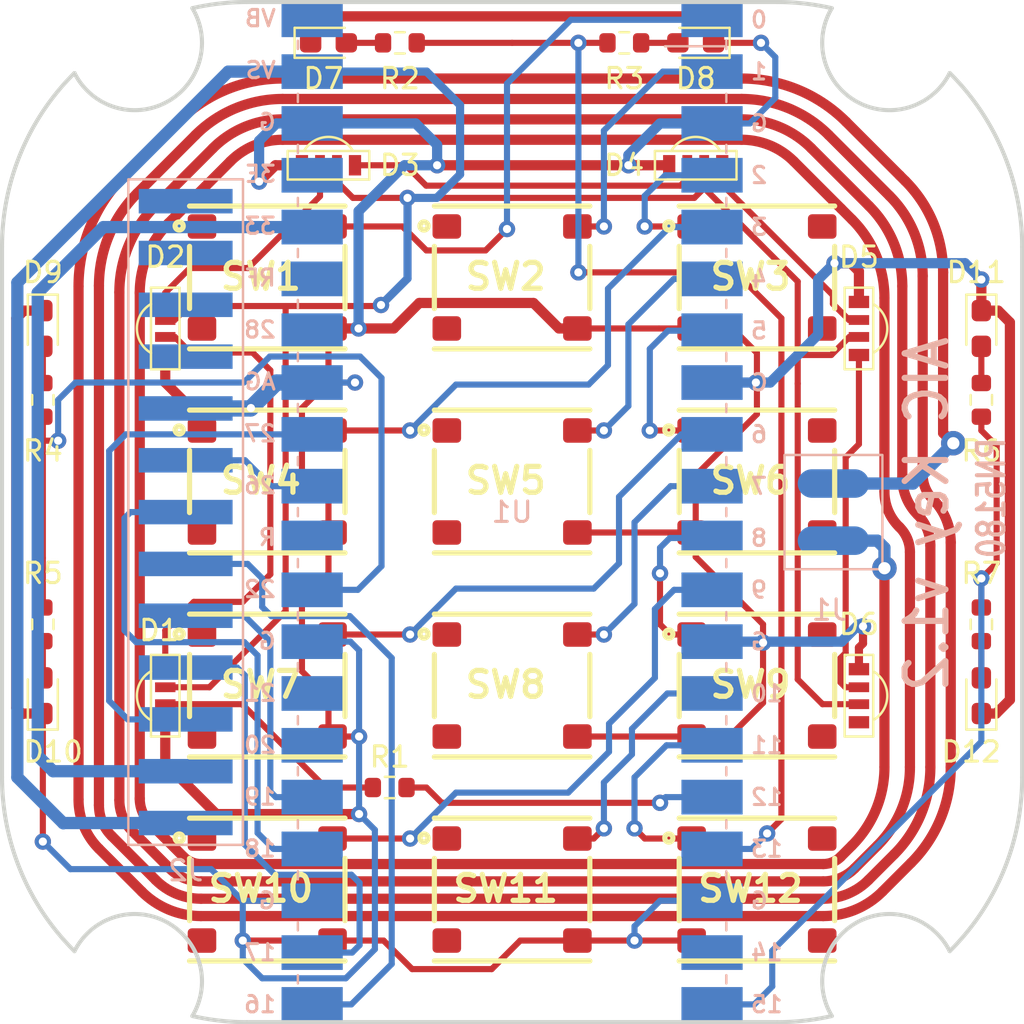
<source format=kicad_pcb>
(kicad_pcb (version 20221018) (generator pcbnew)
  (title_block (title "AIC Pico with PN5180"))
  (layers (0 "F.Cu" signal) (31 "B.Cu" signal) (34 "B.Paste" user) (35 "F.Paste" user) (36 "B.SilkS" user "B.Silkscreen") (37 "F.SilkS" user "F.Silkscreen") (38 "B.Mask" user) (39 "F.Mask" user) (44 "Edge.Cuts" user))
  (net 0 "")
  (net 1 "+5V")
  (net 2 "GND")
  (net 3 "+3V3")
  (net 4 "Net-(D7-A)")
  (net 5 "Net-(D1-In)")
  (net 6 "Net-(D1-Out)")
  (net 7 "Net-(D8-A)")
  (net 8 "Net-(D9-A)")
  (net 9 "Net-(D2-Out)")
  (net 10 "Net-(D10-A)")
  (net 11 "Net-(D11-A)")
  (net 12 "Net-(D3-Out)")
  (net 13 "Net-(D12-A)")
  (net 14 "Net-(D4-Out)")
  (net 15 "Net-(U1-GPIO12)")
  (net 16 "Net-(D5-Out)")
  (net 17 "Net-(U1-GPIO22)")
  (net 19 "Net-(U1-GPIO15)")
  (net 23 "Net-(U1-GPIO13)")
  (net 24 "Net-(U1-GPIO0)")
  (net 29 "Net-(U1-GPIO1)")
  (net 30 "Net-(U1-GPIO2)")
  (net 41 "Net-(U1-GPIO3)")
  (net 42 "Net-(U1-GPIO4)")
  (net 44 "Net-(U1-GPIO5)")
  (net 47 "Net-(U1-GPIO6)")
  (net 48 "Net-(U1-GPIO7)")
  (net 49 "Net-(U1-GPIO8)")
  (net 52 "Net-(U1-GPIO9)")
  (net 53 "Net-(U1-GPIO10)")
  (net 54 "Net-(U1-GPIO11)")
  (net 65 "/ANT")
  (net 66 "Net-(J2-RST)")
  (net 67 "Net-(J2-NSS)")
  (net 68 "Net-(J2-MOSI)")
  (net 69 "Net-(J2-MISO)")
  (net 70 "Net-(J2-SCK)")
  (net 71 "Net-(J2-BUSY)")
  (footprint "aic_pico:SKRR" (layer "F.Cu") (at 147.32 131.9)
    (fp_text reference "SW12")
    (fp_text value "SKRR_4pin" hide)
  )
  (footprint "aic_pico:WS2812B-1204" (layer "F.Cu") (at 144.32 96.4 180)
    (fp_text reference "D4")
    (fp_text value "WS2812B_Unified" hide)
  )
  (footprint "aic_pico:SKRR" (layer "F.Cu") (at 123.32 101.9)
    (fp_text reference "SW1")
    (fp_text value "SKRR_4pin" hide)
  )
  (footprint "aic_pico:SKRR" (layer "F.Cu") (at 135.32 101.9)
    (fp_text reference "SW2")
    (fp_text value "SKRR_4pin" hide)
  )
  (footprint "LED_SMD:LED_0603_1608Metric_Pad1.05x0.95mm_HandSolder" (layer "F.Cu") (at 126.32 90.4)
    (fp_text reference "D7")
    (fp_text value "LED" hide)
  )
  (footprint "aic_pico:WS2812B-1204" (layer "F.Cu") (at 152.32 104.4 90)
    (fp_text reference "D5")
    (fp_text value "WS2812B_Unified" hide)
  )
  (footprint "aic_pico:SKRR" (layer "F.Cu") (at 135.32 121.9)
    (fp_text reference "SW8")
    (fp_text value "SKRR_4pin" hide)
  )
  (footprint "aic_pico:WS2812B-1204" (layer "F.Cu") (at 126.32 96.4 180)
    (fp_text reference "D3")
    (fp_text value "WS2812B_Unified" hide)
  )
  (footprint "Resistor_SMD:R_0603_1608Metric" (layer "F.Cu") (at 140.82 90.4 180)
    (fp_text reference "R3")
    (fp_text value "1k" hide)
  )
  (footprint "aic_pico:SKRR" (layer "F.Cu") (at 147.32 121.9)
    (fp_text reference "SW9")
    (fp_text value "SKRR_4pin" hide)
  )
  (footprint "aic_pico:SKRR" (layer "F.Cu") (at 135.32 131.9)
    (fp_text reference "SW11")
    (fp_text value "SKRR_4pin" hide)
  )
  (footprint "Resistor_SMD:R_0603_1608Metric" (layer "F.Cu") (at 158.32 107.9 -90)
    (fp_text reference "R6")
    (fp_text value "1k" hide)
  )
  (footprint "aic_pico:SKRR" (layer "F.Cu") (at 123.32 121.9)
    (fp_text reference "SW7")
    (fp_text value "SKRR_4pin" hide)
  )
  (footprint "aic_pico:WS2812B-1204" (layer "F.Cu") (at 118.32 122.4 -90)
    (fp_text reference "D1")
    (fp_text value "WS2812B_Unified" hide)
  )
  (footprint "Resistor_SMD:R_0603_1608Metric" (layer "F.Cu") (at 112.32 107.9 -90)
    (fp_text reference "R4")
    (fp_text value "1k" hide)
  )
  (footprint "Resistor_SMD:R_0603_1608Metric" (layer "F.Cu") (at 158.32 118.9 90)
    (fp_text reference "R7")
    (fp_text value "1k" hide)
  )
  (footprint "LED_SMD:LED_0603_1608Metric_Pad1.05x0.95mm_HandSolder" (layer "F.Cu") (at 158.32 122.4 90)
    (fp_text reference "D12")
    (fp_text value "LED" hide)
  )
  (footprint "LED_SMD:LED_0603_1608Metric_Pad1.05x0.95mm_HandSolder" (layer "F.Cu") (at 158.32 104.4 -90)
    (fp_text reference "D11")
    (fp_text value "LED" hide)
  )
  (footprint "aic_pico:SKRR" (layer "F.Cu") (at 123.32 131.9)
    (fp_text reference "SW10")
    (fp_text value "SKRR_4pin" hide)
  )
  (footprint "LED_SMD:LED_0603_1608Metric_Pad1.05x0.95mm_HandSolder" (layer "F.Cu") (at 144.32 90.4 180)
    (fp_text reference "D8")
    (fp_text value "LED" hide)
  )
  (footprint "Resistor_SMD:R_0603_1608Metric" (layer "F.Cu") (at 129.32 126.9)
    (fp_text reference "R1")
    (fp_text value "10" hide)
  )
  (footprint "aic_pico:SKRR" (layer "F.Cu") (at 147.32 101.9)
    (fp_text reference "SW3")
    (fp_text value "SKRR_4pin" hide)
  )
  (footprint "Resistor_SMD:R_0603_1608Metric" (layer "F.Cu") (at 112.32 118.9 90)
    (fp_text reference "R5")
    (fp_text value "1k" hide)
  )
  (footprint "aic_pico:SKRR" (layer "F.Cu") (at 135.32 111.9)
    (fp_text reference "SW5")
    (fp_text value "SKRR_4pin" hide)
  )
  (footprint "Resistor_SMD:R_0603_1608Metric" (layer "F.Cu") (at 129.82 90.4)
    (fp_text reference "R2")
    (fp_text value "1k" hide)
  )
  (footprint "aic_pico:SKRR" (layer "F.Cu") (at 147.32 111.9)
    (fp_text reference "SW6")
    (fp_text value "SKRR_4pin" hide)
  )
  (footprint "LED_SMD:LED_0603_1608Metric_Pad1.05x0.95mm_HandSolder" (layer "F.Cu") (at 112.32 122.4 90)
    (fp_text reference "D10")
    (fp_text value "LED" hide)
  )
  (footprint "aic_pico:WS2812B-1204" (layer "F.Cu") (at 152.32 122.4 90)
    (fp_text reference "D6")
    (fp_text value "WS2812B_Unified" hide)
  )
  (footprint "aic_pico:SKRR" (layer "F.Cu") (at 123.32 111.9)
    (fp_text reference "SW4")
    (fp_text value "SKRR_4pin" hide)
  )
  (footprint "LED_SMD:LED_0603_1608Metric_Pad1.05x0.95mm_HandSolder" (layer "F.Cu") (at 112.32 104.4 -90)
    (fp_text reference "D9")
    (fp_text value "LED" hide)
  )
  (footprint "aic_pico:WS2812B-1204" (layer "F.Cu") (at 118.32 104.4 -90)
    (fp_text reference "D2")
    (fp_text value "WS2812B_Unified" hide)
  )
  (footprint "aic_pico:ANT_2P" (layer "B.Cu") (at 151.07 113.4)
    (fp_text reference "J1")
    (fp_text value "Conn_01x02_Female" hide)
  )
  (footprint "aic_pico:RPi_Pico_SMD_No_USB" (layer "B.Cu") (at 135.32 113.4 180)
    (fp_text reference "U1")
    (fp_text value "Pico_Trim")
  )
  (footprint "aic_pico:pn5180_conn" (layer "B.Cu") (at 119.32 113.4)
    (fp_text reference "J2")
    (fp_text value "PN5180" hide)
  )
  (gr_line (start 148.32 138.399999) (end 122.32 138.399999) (stroke (width 0.2)) (layer "Edge.Cuts"))
  (gr_line (start 160.32 126.399999) (end 160.32 100.399999) (stroke (width 0.2)) (layer "Edge.Cuts"))
  (gr_arc (start 119.649044 88.701025) (mid 118.410332 93.29151) (end 113.870189 91.879395) (stroke (width 0.2)) (layer "Edge.Cuts"))
  (gr_arc (start 150.990956 138.098973) (mid 152.229668 133.508486) (end 156.769811 134.920603) (stroke (width 0.2)) (layer "Edge.Cuts"))
  (gr_arc (start 110.32 100.399999) (mid 111.243048 95.784684) (end 113.870189 91.879395) (stroke (width 0.2)) (layer "Edge.Cuts"))
  (gr_arc (start 113.870189 134.920603) (mid 111.243048 131.015314) (end 110.32 126.399999) (stroke (width 0.2)) (layer "Edge.Cuts"))
  (gr_arc (start 122.32 138.399999) (mid 120.976067 138.324505) (end 119.649044 138.098973) (stroke (width 0.2)) (layer "Edge.Cuts"))
  (gr_arc (start 156.769811 91.879395) (mid 159.396952 95.784684) (end 160.32 100.399999) (stroke (width 0.2)) (layer "Edge.Cuts"))
  (gr_arc (start 160.32 126.399999) (mid 159.396952 131.015314) (end 156.769811 134.920603) (stroke (width 0.2)) (layer "Edge.Cuts"))
  (gr_arc (start 156.769811 91.879395) (mid 152.229668 93.291511) (end 150.990956 88.701025) (stroke (width 0.2)) (layer "Edge.Cuts"))
  (gr_arc (start 150.990956 138.098973) (mid 149.663933 138.324505) (end 148.32 138.399999) (stroke (width 0.2)) (layer "Edge.Cuts"))
  (gr_arc (start 113.870189 134.920603) (mid 118.410332 133.508487) (end 119.649044 138.098973) (stroke (width 0.2)) (layer "Edge.Cuts"))
  (gr_line (start 148.32 88.399999) (end 122.32 88.399999) (stroke (width 0.2)) (layer "Edge.Cuts"))
  (gr_line (start 110.32 126.399999) (end 110.32 100.399999) (stroke (width 0.2)) (layer "Edge.Cuts"))
  (gr_arc (start 148.32 88.399999) (mid 149.663933 88.475493) (end 150.990956 88.701025) (stroke (width 0.2)) (layer "Edge.Cuts"))
  (gr_arc (start 119.649044 88.701025) (mid 120.976067 88.475493) (end 122.32 88.399999) (stroke (width 0.2)) (layer "Edge.Cuts"))
  (gr_text "PN5180" (at 159.57 109.65 90) (layer "B.SilkS") (effects (font (size 1.3 1) (thickness 0.2) bold) (justify left bottom mirror)))
  (gr_text "AIC Key v1.2" (at 156.82 104.65 90) (layer "B.SilkS") (effects (font (size 2 1.8) (thickness 0.3)) (justify left bottom mirror)))
  (segment (start 144.25 98) (end 144.735 97.515) (width 0.3) (layer "F.Cu") (net 1))
  (segment (start 128.895 103.25) (end 128.845 103.3) (width 0.3) (layer "F.Cu") (net 1))
  (segment (start 149.32 121.6) (end 149.32 107.1) (width 0.3) (layer "F.Cu") (net 1))
  (segment (start 149.32 105.7) (end 150.96381 105.7) (width 0.3) (layer "F.Cu") (net 1))
  (segment (start 149.32 102.1) (end 149.32 105.7) (width 0.3) (layer "F.Cu") (net 1))
  (segment (start 144.735 97.515) (end 149.32 102.1) (width 0.3) (layer "F.Cu") (net 1))
  (segment (start 144.735 96.4) (end 144.735 97.515) (width 0.3) (layer "F.Cu") (net 1))
  (segment (start 150.96381 105.7) (end 151.84881 104.815) (width 0.3) (layer "F.Cu") (net 1))
  (segment (start 150.535 122.815) (end 149.32 121.6) (width 0.3) (layer "F.Cu") (net 1))
  (segment (start 128.845 103.3) (end 119.463623 103.3) (width 0.3) (layer "F.Cu") (net 1))
  (segment (start 151.84881 104.815) (end 152.32 104.815) (width 0.3) (layer "F.Cu") (net 1))
  (segment (start 120.485 121.985) (end 124.22 118.25) (width 0.3) (layer "F.Cu") (net 1))
  (segment (start 124.22 118.25) (end 124.22 103.3) (width 0.3) (layer "F.Cu") (net 1))
  (segment (start 152.32 122.815) (end 150.535 122.815) (width 0.3) (layer "F.Cu") (net 1))
  (segment (start 149.32 105.7) (end 149.32 107.1) (width 0.3) (layer "F.Cu") (net 1))
  (segment (start 118.32 121.985) (end 120.485 121.985) (width 0.3) (layer "F.Cu") (net 1))
  (segment (start 118.778623 103.985) (end 118.32 103.985) (width 0.3) (layer "F.Cu") (net 1))
  (segment (start 119.463623 103.3) (end 118.778623 103.985) (width 0.3) (layer "F.Cu") (net 1))
  (segment (start 127.52 98) (end 144.25 98) (width 0.3) (layer "F.Cu") (net 1))
  (segment (start 126.735 96.4) (end 126.735 97.215) (width 0.3) (layer "F.Cu") (net 1))
  (segment (start 126.735 97.215) (end 127.52 98) (width 0.3) (layer "F.Cu") (net 1))
  (via (at 128.895 103.25) (size 0.8) (drill 0.4) (layers "F.Cu" "B.Cu") (net 1))
  (via (at 130.195 98) (size 0.8) (drill 0.4) (layers "F.Cu" "B.Cu") (net 1))
  (segment (start 130.195 101.95) (end 130.195 98) (width 0.4) (layer "B.Cu") (net 1))
  (segment (start 121.41 91.81) (end 111.07 102.15) (width 0.6) (layer "B.Cu") (net 1))
  (segment (start 113.32 128.65) (end 113.33 128.64) (width 0.6) (layer "B.Cu") (net 1))
  (segment (start 132.77 93.45) (end 131.13 91.81) (width 0.4) (layer "B.Cu") (net 1))
  (segment (start 128.895 103.25) (end 130.195 101.95) (width 0.4) (layer "B.Cu") (net 1))
  (segment (start 111.07 126.4) (end 113.32 128.65) (width 0.6) (layer "B.Cu") (net 1))
  (segment (start 111.07 102.15) (end 111.07 126.4) (width 0.6) (layer "B.Cu") (net 1))
  (segment (start 113.33 128.64) (end 120.08 128.64) (width 0.6) (layer "B.Cu") (net 1))
  (segment (start 131.13 91.81) (end 125.52 91.81) (width 0.4) (layer "B.Cu") (net 1))
  (segment (start 131.62 98) (end 132.77 96.85) (width 0.4) (layer "B.Cu") (net 1))
  (segment (start 130.195 98) (end 131.62 98) (width 0.4) (layer "B.Cu") (net 1))
  (segment (start 132.77 96.85) (end 132.77 93.45) (width 0.4) (layer "B.Cu") (net 1))
  (segment (start 125.52 91.81) (end 121.41 91.81) (width 0.6) (layer "B.Cu") (net 1))
  (segment (start 125.02 111.4) (end 126.32 112.7) (width 0.3) (layer "F.Cu") (net 2))
  (segment (start 126.32 104.4) (end 126.32 106.4) (width 0.3) (layer "F.Cu") (net 2))
  (segment (start 118.32 107.05) (end 119.57 108.3) (width 0.5) (layer "F.Cu") (net 2))
  (segment (start 125.02 117.7) (end 125.02 121.2) (width 0.3) (layer "F.Cu") (net 2))
  (segment (start 125.445 90.4) (end 125.445 89.575) (width 0.5) (layer "F.Cu") (net 2))
  (segment (start 129.52 104.4) (end 130.77 103.15) (width 0.5) (layer "F.Cu") (net 2))
  (segment (start 147.62 118.9) (end 147.62 122.75) (width 0.3) (layer "F.Cu") (net 2))
  (segment (start 135.72 134.4) (end 138.32 134.4) (width 0.3) (layer "F.Cu") (net 2))
  (segment (start 147.32 108.6) (end 144.32 111.6) (width 0.3) (layer "F.Cu") (net 2))
  (segment (start 112.32 103.525) (end 111.395 103.525) (width 0.5) (layer "F.Cu") (net 2))
  (segment (start 144.32 114.4) (end 138.32 114.4) (width 0.3) (layer "F.Cu") (net 2))
  (segment (start 125.92 89.1) (end 144.72 89.1) (width 0.5) (layer "F.Cu") (net 2))
  (segment (start 130.42 135.8) (end 134.32 135.8) (width 0.3) (layer "F.Cu") (net 2))
  (segment (start 111.32 123.3) (end 111.345 123.275) (width 0.5) (layer "F.Cu") (net 2))
  (segment (start 158.32 103.525) (end 159.145 103.525) (width 0.5) (layer "F.Cu") (net 2))
  (segment (start 142.52 104.4) (end 144.32 104.4) (width 0.3) (layer "F.Cu") (net 2))
  (segment (start 111.395 103.525) (end 111.02 103.9) (width 0.5) (layer "F.Cu") (net 2))
  (segment (start 126.32 122.5) (end 126.32 124.4) (width 0.3) (layer "F.Cu") (net 2))
  (segment (start 152.32 120.04) (end 152.32 121.1) (width 0.4) (layer "F.Cu") (net 2))
  (segment (start 144.72 89.1) (end 145.195 89.575) (width 0.5) (layer "F.Cu") (net 2))
  (segment (start 152.52 119.84) (end 152.32 120.04) (width 0.4) (layer "F.Cu") (net 2))
  (segment (start 126.32 114.4) (end 126.32 116.4) (width 0.3) (layer "F.Cu") (net 2))
  (segment (start 144.32 104.4) (end 146.12 104.4) (width 0.3) (layer "F.Cu") (net 2))
  (segment (start 126.32 116.4) (end 125.02 117.7) (width 0.3) (layer "F.Cu") (net 2))
  (segment (start 136.37 103.15) (end 137.62 104.4) (width 0.5) (layer "F.Cu") (net 2))
  (segment (start 127.795 104.4) (end 129.52 104.4) (width 0.5) (layer "F.Cu") (net 2))
  (segment (start 125.02 108.3) (end 125.02 111.4) (width 0.3) (layer "F.Cu") (net 2))
  (segment (start 111.02 103.9) (end 111.02 123) (width 0.5) (layer "F.Cu") (net 2))
  (segment (start 141.32 134.4) (end 144.32 134.4) (width 0.3) (layer "F.Cu") (net 2))
  (segment (start 152.52 119) (end 152.52 119.84) (width 0.4) (layer "F.Cu") (net 2))
  (segment (start 159.72 122.6) (end 159.045 123.275) (width 0.5) (layer "F.Cu") (net 2))
  (segment (start 126.32 112.7) (end 126.32 114.4) (width 0.3) (layer "F.Cu") (net 2))
  (segment (start 145.195 89.575) (end 145.195 90.4) (width 0.5) (layer "F.Cu") (net 2))
  (segment (start 125.02 121.2) (end 126.32 122.5) (width 0.3) (layer "F.Cu") (net 2))
  (segment (start 130.77 103.15) (end 136.37 103.15) (width 0.5) (layer "F.Cu") (net 2))
  (segment (start 144.32 124.4) (end 138.32 124.4) (width 0.3) (layer "F.Cu") (net 2))
  (segment (start 159.045 123.275) (end 158.32 123.275) (width 0.5) (layer "F.Cu") (net 2))
  (segment (start 125.445 89.575) (end 125.92 89.1) (width 0.5) (layer "F.Cu") (net 2))
  (segment (start 137.62 104.4) (end 138.32 104.4) (width 0.5) (layer "F.Cu") (net 2))
  (segment (start 126.32 134.4) (end 129.02 134.4) (width 0.3) (layer "F.Cu") (net 2))
  (segment (start 127.72 128.2) (end 120.82 128.2) (width 0.5) (layer "F.Cu") (net 2))
  (segment (start 111.02 123) (end 111.32 123.3) (width 0.5) (layer "F.Cu") (net 2))
  (segment (start 134.32 135.8) (end 135.72 134.4) (width 0.3) (layer "F.Cu") (net 2))
  (segment (start 151.92 101.2) (end 152.32 101.6) (width 0.5) (layer "F.Cu") (net 2))
  (segment (start 122.92 97.2) (end 123.72 96.4) (width 0.5) (layer "F.Cu") (net 2))
  (segment (start 141.02 96.4) (end 131.645 96.4) (width 0.5) (layer "F.Cu") (net 2))
  (segment (start 138.32 104.4) (end 142.52 104.4) (width 0.3) (layer "F.Cu") (net 2))
  (segment (start 126.32 104.4) (end 127.795 104.4) (width 0.5) (layer "F.Cu") (net 2))
  (segment (start 127.82 124.4) (end 126.32 124.4) (width 0.3) (layer "F.Cu") (net 2))
  (segment (start 112.32 129.55) (end 112.32 123.275) (width 0.3) (layer "F.Cu") (net 2))
  (segment (start 122.12 134.4) (end 126.32 134.4) (width 0.3) (layer "F.Cu") (net 2))
  (segment (start 126.32 107.05) (end 126.32 106.4) (width 0.3) (layer "F.Cu") (net 2))
  (segment (start 146.12 104.4) (end 147.32 105.6) (width 0.3) (layer "F.Cu") (net 2))
  (segment (start 147.52 90.4) (end 145.195 90.4) (width 0.3) (layer "F.Cu") (net 2))
  (segment (start 118.32 105.7) (end 118.32 107.05) (width 0.5) (layer "F.Cu") (net 2))
  (segment (start 144.32 111.6) (end 144.32 114.4) (width 0.3) (layer "F.Cu") (net 2))
  (segment (start 158.32 102) (end 158.32 103.525) (width 0.5) (layer "F.Cu") (net 2))
  (segment (start 138.32 134.4) (end 141.32 134.4) (width 0.3) (layer "F.Cu") (net 2))
  (segment (start 123.72 96.4) (end 125.02 96.4) (width 0.5) (layer "F.Cu") (net 2))
  (segment (start 119.57 108.3) (end 122.52 108.3) (width 0.5) (layer "F.Cu") (net 2))
  (segment (start 127.62 107.05) (end 126.32 107.05) (width 0.3) (layer "F.Cu") (net 2))
  (segment (start 147.32 105.6) (end 147.32 108.6) (width 0.3) (layer "F.Cu") (net 2))
  (segment (start 145.97 124.4) (end 144.32 124.4) (width 0.3) (layer "F.Cu") (net 2))
  (segment (start 141.02 96.4) (end 143.02 96.4) (width 0.5) (layer "F.Cu") (net 2))
  (segment (start 127.82 128.3) (end 127.72 128.2) (width 0.5) (layer "F.Cu") (net 2))
  (segment (start 111.345 123.275) (end 112.32 123.275) (width 0.5) (layer "F.Cu") (net 2))
  (segment (start 151.12 101.2) (end 151.92 101.2) (width 0.5) (layer "F.Cu") (net 2))
  (segment (start 152.32 101.6) (end 152.32 103.1) (width 0.5) (layer "F.Cu") (net 2))
  (segment (start 144.32 114.4) (end 144.32 115.6) (width 0.3) (layer "F.Cu") (net 2))
  (segment (start 147.62 122.75) (end 145.97 124.4) (width 0.3) (layer "F.Cu") (net 2))
  (segment (start 159.145 103.525) (end 159.72 104.1) (width 0.5) (layer "F.Cu") (net 2))
  (segment (start 118.32 125.7) (end 118.32 123.7) (width 0.5) (layer "F.Cu") (net 2))
  (segment (start 144.32 115.6) (end 147.62 118.9) (width 0.3) (layer "F.Cu") (net 2))
  (segment (start 126.32 107) (end 125.02 108.3) (width 0.3) (layer "F.Cu") (net 2))
  (segment (start 129.02 134.4) (end 130.42 135.8) (width 0.3) (layer "F.Cu") (net 2))
  (segment (start 120.82 128.2) (end 118.32 125.7) (width 0.5) (layer "F.Cu") (net 2))
  (segment (start 159.72 104.1) (end 159.72 122.6) (width 0.5) (layer "F.Cu") (net 2))
  (via (at 122.52 108.3) (size 0.8) (drill 0.4) (layers "F.Cu" "B.Cu") (net 2))
  (via (at 127.62 107.05) (size 0.8) (drill 0.4) (layers "F.Cu" "B.Cu") (net 2))
  (via (at 158.32 102) (size 0.8) (drill 0.4) (layers "F.Cu" "B.Cu") (net 2))
  (via (at 147.27 107.05) (size 0.8) (drill 0.4) (layers "F.Cu" "B.Cu") (net 2))
  (via (at 141.02 96.4) (size 0.8) (drill 0.4) (layers "F.Cu" "B.Cu") (net 2))
  (via (at 122.92 97.2) (size 0.8) (drill 0.4) (layers "F.Cu" "B.Cu") (net 2))
  (via (at 127.82 128.2) (size 0.8) (drill 0.4) (layers "F.Cu" "B.Cu") (net 2))
  (via (at 122.12 134.4) (size 0.8) (drill 0.4) (layers "F.Cu" "B.Cu") (net 2))
  (via (at 141.32 134.4) (size 0.8) (drill 0.4) (layers "F.Cu" "B.Cu") (net 2))
  (via (at 131.645 96.4) (size 0.8) (drill 0.4) (layers "F.Cu" "B.Cu") (net 2))
  (via (at 147.52 90.4) (size 0.8) (drill 0.4) (layers "F.Cu" "B.Cu") (net 2))
  (via (at 152.52 119) (size 0.8) (drill 0.4) (layers "F.Cu" "B.Cu") (net 2))
  (via (at 151.12 101.2) (size 0.8) (drill 0.4) (layers "F.Cu" "B.Cu") (net 2))
  (via (at 127.82 124.4) (size 0.8) (drill 0.4) (layers "F.Cu" "B.Cu") (net 2))
  (via (at 127.795 104.4) (size 0.8) (drill 0.4) (layers "F.Cu" "B.Cu") (net 2))
  (via (at 147.62 119.8) (size 0.8) (drill 0.4) (layers "F.Cu" "B.Cu") (net 2))
  (via (at 112.32 129.55) (size 0.8) (drill 0.4) (layers "F.Cu" "B.Cu") (net 2))
  (segment (start 145.12 94.35) (end 146.97 94.35) (width 0.3) (layer "B.Cu") (net 2))
  (segment (start 122.12 132.45) (end 125.52 132.45) (width 0.3) (layer "B.Cu") (net 2))
  (segment (start 148.22 93.1) (end 148.22 91.1) (width 0.3) (layer "B.Cu") (net 2))
  (segment (start 131.645 96.4) (end 131.645 95.4) (width 0.5) (layer "B.Cu") (net 2))
  (segment (start 145.12 107.05) (end 147.97 107.05) (width 0.5) (layer "B.Cu") (net 2))
  (segment (start 128.595 134.825) (end 127.17 136.25) (width 0.3) (layer "B.Cu") (net 2))
  (segment (start 152.32 118.9) (end 151.47 119.75) (width 0.5) (layer "B.Cu") (net 2))
  (segment (start 122.12 132.45) (end 122.12 134.4) (width 0.3) (layer "B.Cu") (net 2))
  (segment (start 145.12 132.45) (end 142.57 132.45) (width 0.3) (layer "B.Cu") (net 2))
  (segment (start 151.47 119.75) (end 145.12 119.75) (width 0.5) (layer "B.Cu") (net 2))
  (segment (start 157.52 101.2) (end 158.32 102) (width 0.5) (layer "B.Cu") (net 2))
  (segment (start 141.02 95.9) (end 141.02 96.4) (width 0.5) (layer "B.Cu") (net 2))
  (segment (start 122.92 95.2) (end 123.77 94.35) (width 0.5) (layer "B.Cu") (net 2))
  (segment (start 127.795 98.65) (end 127.795 104.4) (width 0.5) (layer "B.Cu") (net 2))
  (segment (start 130.045 96.4) (end 127.795 98.65) (width 0.5) (layer "B.Cu") (net 2))
  (segment (start 119.32 108.32) (end 122.5 108.32) (width 0.8) (layer "B.Cu") (net 2))
  (segment (start 151.12 101.2) (end 157.52 101.2) (width 0.5) (layer "B.Cu") (net 2))
  (segment (start 122.92 97.2) (end 122.92 95.2) (width 0.5) (layer "B.Cu") (net 2))
  (segment (start 127.82 120.175) (end 127.395 119.75) (width 0.3) (layer "B.Cu") (net 2))
  (segment (start 142.57 94.35) (end 141.02 95.9) (width 0.5) (layer "B.Cu") (net 2))
  (segment (start 120.57 130.9) (end 122.12 132.45) (width 0.3) (layer "B.Cu") (net 2))
  (segment (start 142.57 132.45) (end 141.32 133.7) (width 0.3) (layer "B.Cu") (net 2))
  (segment (start 147.97 107.05) (end 150.32 104.7) (width 0.5) (layer "B.Cu") (net 2))
  (segment (start 123.77 107.05) (end 125.52 107.05) (width 0.8) (layer "B.Cu") (net 2))
  (segment (start 123.07 136.25) (end 122.12 135.3) (width 0.3) (layer "B.Cu") (net 2))
  (segment (start 130.595 94.35) (end 125.52 94.35) (width 0.5) (layer "B.Cu") (net 2))
  (segment (start 127.17 136.25) (end 123.07 136.25) (width 0.3) (layer "B.Cu") (net 2))
  (segment (start 122.12 135.3) (end 122.12 134.4) (width 0.3) (layer "B.Cu") (net 2))
  (segment (start 150.32 102) (end 151.12 101.2) (width 0.5) (layer "B.Cu") (net 2))
  (segment (start 112.32 129.55) (end 113.67 130.9) (width 0.3) (layer "B.Cu") (net 2))
  (segment (start 150.32 104.7) (end 150.32 102) (width 0.5) (layer "B.Cu") (net 2))
  (segment (start 128.595 128.975) (end 128.595 134.825) (width 0.3) (layer "B.Cu") (net 2))
  (segment (start 127.82 128.2) (end 128.595 128.975) (width 0.3) (layer "B.Cu") (net 2))
  (segment (start 131.645 96.4) (end 130.045 96.4) (width 0.5) (layer "B.Cu") (net 2))
  (segment (start 145.12 94.35) (end 142.57 94.35) (width 0.5) (layer "B.Cu") (net 2))
  (segment (start 122.5 108.32) (end 123.77 107.05) (width 0.8) (layer "B.Cu") (net 2))
  (segment (start 141.32 133.7) (end 141.32 134.4) (width 0.3) (layer "B.Cu") (net 2))
  (segment (start 123.77 94.35) (end 125.52 94.35) (width 0.5) (layer "B.Cu") (net 2))
  (segment (start 127.395 119.75) (end 125.52 119.75) (width 0.3) (layer "B.Cu") (net 2))
  (segment (start 125.52 107.05) (end 127.62 107.05) (width 0.3) (layer "B.Cu") (net 2))
  (segment (start 127.82 124.4) (end 127.82 128.2) (width 0.3) (layer "B.Cu") (net 2))
  (segment (start 113.67 130.9) (end 120.57 130.9) (width 0.3) (layer "B.Cu") (net 2))
  (segment (start 127.82 124.4) (end 127.82 120.175) (width 0.3) (layer "B.Cu") (net 2))
  (segment (start 131.645 95.4) (end 130.595 94.35) (width 0.5) (layer "B.Cu") (net 2))
  (segment (start 148.22 91.1) (end 147.52 90.4) (width 0.3) (layer "B.Cu") (net 2))
  (segment (start 146.97 94.35) (end 148.22 93.1) (width 0.3) (layer "B.Cu") (net 2))
  (segment (start 112.07 125.35) (end 112.82 126.1) (width 0.6) (layer "B.Cu") (net 3))
  (segment (start 125.52 99.43) (end 115.29 99.43) (width 0.6) (layer "B.Cu") (net 3))
  (segment (start 115.29 99.43) (end 112.07 102.65) (width 0.6) (layer "B.Cu") (net 3))
  (segment (start 112.82 126.1) (end 120.08 126.1) (width 0.6) (layer "B.Cu") (net 3))
  (segment (start 112.07 102.65) (end 112.07 125.35) (width 0.6) (layer "B.Cu") (net 3))
  (segment (start 128.995 90.4) (end 127.195 90.4) (width 0.3) (layer "F.Cu") (net 4))
  (segment (start 126.17 126.9) (end 128.495 126.9) (width 0.3) (layer "F.Cu") (net 5))
  (segment (start 122.085 122.815) (end 126.17 126.9) (width 0.3) (layer "F.Cu") (net 5))
  (segment (start 118.32 122.815) (end 122.085 122.815) (width 0.3) (layer "F.Cu") (net 5))
  (segment (start 123.47 106.45) (end 123.47 116.45) (width 0.3) (layer "F.Cu") (net 6))
  (segment (start 118.32 119.2) (end 118.32 121.1) (width 0.3) (layer "F.Cu") (net 6))
  (segment (start 123.47 116.45) (end 122.12 117.8) (width 0.3) (layer "F.Cu") (net 6))
  (segment (start 118.32 104.815) (end 118.792509 104.815) (width 0.3) (layer "F.Cu") (net 6))
  (segment (start 119.557509 105.58) (end 122.6 105.58) (width 0.3) (layer "F.Cu") (net 6))
  (segment (start 119.72 117.8) (end 118.32 119.2) (width 0.3) (layer "F.Cu") (net 6))
  (segment (start 122.6 105.58) (end 123.47 106.45) (width 0.3) (layer "F.Cu") (net 6))
  (segment (start 122.12 117.8) (end 119.72 117.8) (width 0.3) (layer "F.Cu") (net 6))
  (segment (start 118.792509 104.815) (end 119.557509 105.58) (width 0.3) (layer "F.Cu") (net 6))
  (segment (start 143.445 90.4) (end 141.645 90.4) (width 0.3) (layer "F.Cu") (net 7))
  (segment (start 112.32 105.275) (end 112.32 107.075) (width 0.3) (layer "F.Cu") (net 8))
  (segment (start 119.5325 101.4375) (end 122.3825 101.4375) (width 0.3) (layer "F.Cu") (net 9))
  (segment (start 118.32 103.1) (end 118.32 102.65) (width 0.3) (layer "F.Cu") (net 9))
  (segment (start 118.32 102.65) (end 119.5325 101.4375) (width 0.3) (layer "F.Cu") (net 9))
  (segment (start 122.3825 101.4375) (end 125.905 97.915) (width 0.3) (layer "F.Cu") (net 9))
  (segment (start 125.905 97.915) (end 125.905 96.4) (width 0.3) (layer "F.Cu") (net 9))
  (segment (start 112.32 119.725) (end 112.32 121.525) (width 0.3) (layer "F.Cu") (net 10))
  (segment (start 158.32 105.275) (end 158.32 107.075) (width 0.3) (layer "F.Cu") (net 11))
  (segment (start 131.1075 97.4) (end 143.57 97.4) (width 0.3) (layer "F.Cu") (net 12))
  (segment (start 130.1075 96.4) (end 131.1075 97.4) (width 0.3) (layer "F.Cu") (net 12))
  (segment (start 143.57 97.4) (end 143.905 97.065) (width 0.3) (layer "F.Cu") (net 12))
  (segment (start 143.905 97.065) (end 143.905 96.4) (width 0.3) (layer "F.Cu") (net 12))
  (segment (start 127.62 96.4) (end 130.1075 96.4) (width 0.3) (layer "F.Cu") (net 12))
  (segment (start 158.32 119.725) (end 158.32 121.525) (width 0.3) (layer "F.Cu") (net 13))
  (segment (start 145.62 96.4) (end 145.62 97.345) (width 0.3) (layer "F.Cu") (net 14))
  (segment (start 145.62 97.345) (end 151.045 102.77) (width 0.3) (layer "F.Cu") (net 14))
  (segment (start 151.045 103.192067) (end 151.837933 103.985) (width 0.3) (layer "F.Cu") (net 14))
  (segment (start 151.045 102.77) (end 151.045 103.192067) (width 0.3) (layer "F.Cu") (net 14))
  (segment (start 151.837933 103.985) (end 152.32 103.985) (width 0.3) (layer "F.Cu") (net 14))
  (segment (start 142.57 127.65) (end 131.87 127.65) (width 0.3) (layer "F.Cu") (net 15))
  (segment (start 131.12 126.9) (end 130.145 126.9) (width 0.3) (layer "F.Cu") (net 15))
  (segment (start 131.87 127.65) (end 131.12 126.9) (width 0.3) (layer "F.Cu") (net 15))
  (via (at 142.57 127.65) (size 0.8) (drill 0.4) (layers "F.Cu" "B.Cu") (net 15))
  (segment (start 142.57 127.65) (end 142.85 127.37) (width 0.3) (layer "B.Cu") (net 15))
  (segment (start 142.85 127.37) (end 145.12 127.37) (width 0.3) (layer "B.Cu") (net 15))
  (segment (start 152.32 105.7) (end 152.32 110.07) (width 0.3) (layer "F.Cu") (net 16))
  (segment (start 151.67 110.72) (end 151.67 120.3) (width 0.3) (layer "F.Cu") (net 16))
  (segment (start 151.42 120.55) (end 151.42 121.75) (width 0.3) (layer "F.Cu") (net 16))
  (segment (start 151.67 120.3) (end 151.42 120.55) (width 0.3) (layer "F.Cu") (net 16))
  (segment (start 151.655 121.985) (end 152.32 121.985) (width 0.3) (layer "F.Cu") (net 16))
  (segment (start 152.32 110.07) (end 151.67 110.72) (width 0.3) (layer "F.Cu") (net 16))
  (segment (start 151.42 121.75) (end 151.655 121.985) (width 0.3) (layer "F.Cu") (net 16))
  (segment (start 112.32 109.9) (end 112.32 115.65) (width 0.3) (layer "F.Cu") (net 17))
  (segment (start 112.32 115.65) (end 112.32 118.075) (width 0.3) (layer "F.Cu") (net 17))
  (segment (start 112.32 108.725) (end 112.32 109.9) (width 0.3) (layer "F.Cu") (net 17))
  (segment (start 113.07 109.9) (end 112.32 109.9) (width 0.3) (layer "F.Cu") (net 17))
  (via (at 113.07 109.9) (size 0.8) (drill 0.4) (layers "F.Cu" "B.Cu") (net 17))
  (segment (start 123.445 105.775) (end 122.17 107.05) (width 0.3) (layer "B.Cu") (net 17))
  (segment (start 127.87 105.775) (end 123.445 105.775) (width 0.3) (layer "B.Cu") (net 17))
  (segment (start 127.76 117.21) (end 128.92 116.05) (width 0.3) (layer "B.Cu") (net 17))
  (segment (start 128.92 116.05) (end 128.92 106.825) (width 0.3) (layer "B.Cu") (net 17))
  (segment (start 113.92 107.05) (end 113.07 107.9) (width 0.3) (layer "B.Cu") (net 17))
  (segment (start 113.07 107.9) (end 113.07 109.9) (width 0.3) (layer "B.Cu") (net 17))
  (segment (start 122.17 107.05) (end 113.92 107.05) (width 0.3) (layer "B.Cu") (net 17))
  (segment (start 128.92 106.825) (end 127.87 105.775) (width 0.3) (layer "B.Cu") (net 17))
  (segment (start 125.52 117.21) (end 127.76 117.21) (width 0.3) (layer "B.Cu") (net 17))
  (segment (start 158.32 109.4) (end 158.32 108.725) (width 0.3) (layer "F.Cu") (net 19))
  (segment (start 159.07 110.15) (end 158.32 109.4) (width 0.3) (layer "F.Cu") (net 19))
  (segment (start 159.07 115.9) (end 159.07 110.15) (width 0.3) (layer "F.Cu") (net 19))
  (segment (start 158.32 116.65) (end 159.07 115.9) (width 0.3) (layer "F.Cu") (net 19))
  (segment (start 158.32 116.65) (end 158.32 118.075) (width 0.3) (layer "F.Cu") (net 19))
  (via (at 158.32 116.65) (size 0.8) (drill 0.4) (layers "F.Cu" "B.Cu") (net 19))
  (segment (start 158.32 124.65) (end 158.32 116.65) (width 0.3) (layer "B.Cu") (net 19))
  (segment (start 147.19 137.53) (end 148.07 136.65) (width 0.3) (layer "B.Cu") (net 19))
  (segment (start 145.12 137.53) (end 147.19 137.53) (width 0.3) (layer "B.Cu") (net 19))
  (segment (start 148.07 136.65) (end 148.07 134.9) (width 0.3) (layer "B.Cu") (net 19))
  (segment (start 148.07 134.9) (end 158.32 124.65) (width 0.3) (layer "B.Cu") (net 19))
  (segment (start 146.27 101.65) (end 138.57 101.65) (width 0.3) (layer "F.Cu") (net 23))
  (segment (start 130.645 90.4) (end 135.32 90.4) (width 0.3) (layer "F.Cu") (net 23))
  (segment (start 138.57 90.4) (end 139.995 90.4) (width 0.3) (layer "F.Cu") (net 23))
  (segment (start 135.32 90.4) (end 138.57 90.4) (width 0.3) (layer "F.Cu") (net 23))
  (segment (start 148.52 128.45) (end 148.52 103.9) (width 0.3) (layer "F.Cu") (net 23))
  (segment (start 148.52 103.9) (end 146.27 101.65) (width 0.3) (layer "F.Cu") (net 23))
  (segment (start 147.82 129.15) (end 148.52 128.45) (width 0.3) (layer "F.Cu") (net 23))
  (via (at 147.82 129.15) (size 0.8) (drill 0.4) (layers "F.Cu" "B.Cu") (net 23))
  (via (at 138.57 101.65) (size 0.8) (drill 0.4) (layers "F.Cu" "B.Cu") (net 23))
  (via (at 138.57 90.4) (size 0.8) (drill 0.4) (layers "F.Cu" "B.Cu") (net 23))
  (segment (start 147.82 129.15) (end 147.06 129.91) (width 0.3) (layer "B.Cu") (net 23))
  (segment (start 147.06 129.91) (end 145.12 129.91) (width 0.3) (layer "B.Cu") (net 23))
  (segment (start 138.57 90.4) (end 138.57 101.65) (width 0.3) (layer "B.Cu") (net 23))
  (segment (start 129.945 99.4) (end 126.32 99.4) (width 0.3) (layer "F.Cu") (net 24))
  (segment (start 131.12 100.575) (end 129.945 99.4) (width 0.3) (layer "F.Cu") (net 24))
  (segment (start 135.07 99.525) (end 134.02 100.575) (width 0.3) (layer "F.Cu") (net 24))
  (segment (start 134.02 100.575) (end 131.12 100.575) (width 0.3) (layer "F.Cu") (net 24))
  (via (at 135.07 99.525) (size 0.8) (drill 0.4) (layers "F.Cu" "B.Cu") (net 24))
  (segment (start 138.2 89.27) (end 145.12 89.27) (width 0.3) (layer "B.Cu") (net 24))
  (segment (start 135.07 92.4) (end 138.2 89.27) (width 0.3) (layer "B.Cu") (net 24))
  (segment (start 135.07 99.525) (end 135.07 92.4) (width 0.3) (layer "B.Cu") (net 24))
  (segment (start 139.82 99.4) (end 138.32 99.4) (width 0.3) (layer "F.Cu") (net 29))
  (via (at 139.82 99.4) (size 0.8) (drill 0.4) (layers "F.Cu" "B.Cu") (net 29))
  (segment (start 142.71 91.81) (end 139.82 94.7) (width 0.3) (layer "B.Cu") (net 29))
  (segment (start 145.12 91.81) (end 142.71 91.81) (width 0.3) (layer "B.Cu") (net 29))
  (segment (start 139.82 94.7) (end 139.82 99.4) (width 0.3) (layer "B.Cu") (net 29))
  (segment (start 141.82 99.4) (end 144.32 99.4) (width 0.3) (layer "F.Cu") (net 30))
  (via (at 141.82 99.4) (size 0.8) (drill 0.4) (layers "F.Cu" "B.Cu") (net 30))
  (segment (start 141.82 97.9) (end 141.82 99.4) (width 0.3) (layer "B.Cu") (net 30))
  (segment (start 142.83 96.89) (end 141.82 97.9) (width 0.3) (layer "B.Cu") (net 30))
  (segment (start 145.12 96.89) (end 142.83 96.89) (width 0.3) (layer "B.Cu") (net 30))
  (segment (start 130.32 109.4) (end 126.32 109.4) (width 0.3) (layer "F.Cu") (net 41))
  (via (at 130.32 109.4) (size 0.8) (drill 0.4) (layers "F.Cu" "B.Cu") (net 41))
  (segment (start 140.02 102.45) (end 143.04 99.43) (width 0.3) (layer "B.Cu") (net 41))
  (segment (start 140.02 106.2) (end 140.02 102.45) (width 0.3) (layer "B.Cu") (net 41))
  (segment (start 132.57 107.15) (end 139.07 107.15) (width 0.3) (layer "B.Cu") (net 41))
  (segment (start 139.07 107.15) (end 140.02 106.2) (width 0.3) (layer "B.Cu") (net 41))
  (segment (start 143.04 99.43) (end 145.12 99.43) (width 0.3) (layer "B.Cu") (net 41))
  (segment (start 130.32 109.4) (end 132.57 107.15) (width 0.3) (layer "B.Cu") (net 41))
  (segment (start 139.82 109.4) (end 138.32 109.4) (width 0.3) (layer "F.Cu") (net 42))
  (via (at 139.82 109.4) (size 0.8) (drill 0.4) (layers "F.Cu" "B.Cu") (net 42))
  (segment (start 141.02 104.2) (end 141.02 108.2) (width 0.3) (layer "B.Cu") (net 42))
  (segment (start 141.02 108.2) (end 139.82 109.4) (width 0.3) (layer "B.Cu") (net 42))
  (segment (start 143.25 101.97) (end 141.02 104.2) (width 0.3) (layer "B.Cu") (net 42))
  (segment (start 145.12 101.97) (end 143.25 101.97) (width 0.3) (layer "B.Cu") (net 42))
  (segment (start 142.07 109.4) (end 144.32 109.4) (width 0.3) (layer "F.Cu") (net 44))
  (via (at 142.07 109.4) (size 0.8) (drill 0.4) (layers "F.Cu" "B.Cu") (net 44))
  (segment (start 142.96 104.51) (end 142.07 105.4) (width 0.3) (layer "B.Cu") (net 44))
  (segment (start 145.12 104.51) (end 142.96 104.51) (width 0.3) (layer "B.Cu") (net 44))
  (segment (start 142.07 105.4) (end 142.07 109.4) (width 0.3) (layer "B.Cu") (net 44))
  (segment (start 130.32 119.4) (end 126.32 119.4) (width 0.3) (layer "F.Cu") (net 47))
  (via (at 130.32 119.4) (size 0.8) (drill 0.4) (layers "F.Cu" "B.Cu") (net 47))
  (segment (start 130.32 119.4) (end 132.57 117.15) (width 0.3) (layer "B.Cu") (net 47))
  (segment (start 140.56 115.91) (end 140.56 112.65) (width 0.3) (layer "B.Cu") (net 47))
  (segment (start 143.62 109.59) (end 145.12 109.59) (width 0.3) (layer "B.Cu") (net 47))
  (segment (start 139.32 117.15) (end 140.56 115.91) (width 0.3) (layer "B.Cu") (net 47))
  (segment (start 140.56 112.65) (end 143.62 109.59) (width 0.3) (layer "B.Cu") (net 47))
  (segment (start 132.57 117.15) (end 139.32 117.15) (width 0.3) (layer "B.Cu") (net 47))
  (segment (start 139.82 119.4) (end 138.32 119.4) (width 0.3) (layer "F.Cu") (net 48))
  (via (at 139.82 119.4) (size 0.8) (drill 0.4) (layers "F.Cu" "B.Cu") (net 48))
  (segment (start 143.09 112.13) (end 141.32 113.9) (width 0.3) (layer "B.Cu") (net 48))
  (segment (start 141.32 117.9) (end 141.32 113.9) (width 0.3) (layer "B.Cu") (net 48))
  (segment (start 139.82 119.4) (end 141.32 117.9) (width 0.3) (layer "B.Cu") (net 48))
  (segment (start 145.12 112.13) (end 143.09 112.13) (width 0.3) (layer "B.Cu") (net 48))
  (segment (start 142.57 118.9) (end 142.57 116.4) (width 0.3) (layer "F.Cu") (net 49))
  (segment (start 144.32 119.4) (end 143.07 119.4) (width 0.3) (layer "F.Cu") (net 49))
  (segment (start 143.07 119.4) (end 142.57 118.9) (width 0.3) (layer "F.Cu") (net 49))
  (via (at 142.57 116.4) (size 0.8) (drill 0.4) (layers "F.Cu" "B.Cu") (net 49))
  (segment (start 143.05 114.67) (end 145.12 114.67) (width 0.3) (layer "B.Cu") (net 49))
  (segment (start 142.57 115.15) (end 143.05 114.67) (width 0.3) (layer "B.Cu") (net 49))
  (segment (start 142.57 116.4) (end 142.57 115.15) (width 0.3) (layer "B.Cu") (net 49))
  (segment (start 130.32 129.4) (end 126.32 129.4) (width 0.3) (layer "F.Cu") (net 52))
  (via (at 130.32 129.4) (size 0.8) (drill 0.4) (layers "F.Cu" "B.Cu") (net 52))
  (segment (start 142.32 121.525) (end 142.32 118.15) (width 0.3) (layer "B.Cu") (net 52))
  (segment (start 132.57 127.15) (end 138.07 127.15) (width 0.3) (layer "B.Cu") (net 52))
  (segment (start 140.07 123.775) (end 142.32 121.525) (width 0.3) (layer "B.Cu") (net 52))
  (segment (start 142.32 118.15) (end 143.26 117.21) (width 0.3) (layer "B.Cu") (net 52))
  (segment (start 140.07 125.15) (end 140.07 123.775) (width 0.3) (layer "B.Cu") (net 52))
  (segment (start 143.26 117.21) (end 145.12 117.21) (width 0.3) (layer "B.Cu") (net 52))
  (segment (start 130.32 129.4) (end 132.57 127.15) (width 0.3) (layer "B.Cu") (net 52))
  (segment (start 138.07 127.15) (end 140.07 125.15) (width 0.3) (layer "B.Cu") (net 52))
  (segment (start 139.82 128.9) (end 139.32 129.4) (width 0.3) (layer "F.Cu") (net 53))
  (segment (start 139.32 129.4) (end 138.32 129.4) (width 0.3) (layer "F.Cu") (net 53))
  (via (at 139.82 128.9) (size 0.8) (drill 0.4) (layers "F.Cu" "B.Cu") (net 53))
  (segment (start 141.195 124.025) (end 142.93 122.29) (width 0.3) (layer "B.Cu") (net 53))
  (segment (start 139.82 126.65) (end 141.195 125.275) (width 0.3) (layer "B.Cu") (net 53))
  (segment (start 139.82 128.9) (end 139.82 126.65) (width 0.3) (layer "B.Cu") (net 53))
  (segment (start 141.195 125.275) (end 141.195 124.025) (width 0.3) (layer "B.Cu") (net 53))
  (segment (start 142.93 122.29) (end 145.12 122.29) (width 0.3) (layer "B.Cu") (net 53))
  (segment (start 141.82 129.4) (end 144.32 129.4) (width 0.3) (layer "F.Cu") (net 54))
  (segment (start 141.32 128.9) (end 141.82 129.4) (width 0.3) (layer "F.Cu") (net 54))
  (via (at 141.32 128.9) (size 0.8) (drill 0.4) (layers "F.Cu" "B.Cu") (net 54))
  (segment (start 141.32 126.4) (end 142.89 124.83) (width 0.3) (layer "B.Cu") (net 54))
  (segment (start 141.32 128.9) (end 141.32 126.4) (width 0.3) (layer "B.Cu") (net 54))
  (segment (start 142.89 124.83) (end 145.12 124.83) (width 0.3) (layer "B.Cu") (net 54))
  (segment (start 117.82 98.4) (end 120.655786 95.564214) (width 0.5) (layer "F.Cu") (net 65))
  (segment (start 155.82 115.033883) (end 155.82 125.9) (width 0.5) (layer "F.Cu") (net 65))
  (segment (start 116.32 96.9) (end 118.948679 94.271321) (width 0.5) (layer "F.Cu") (net 65))
  (segment (start 117.850761 131.430761) (end 115.695 129.275) (width 0.5) (layer "F.Cu") (net 65))
  (segment (start 154.32 96.9) (end 154.588845 97.168844) (width 0.5) (layer "F.Cu") (net 65))
  (segment (start 154.445 102.323097) (end 154.445 111.71434) (width 0.5) (layer "F.Cu") (net 65))
  (segment (start 155.445 101.823097) (end 155.445 111.567894) (width 0.5) (layer "F.Cu") (net 65))
  (segment (start 150.57 132.35) (end 120.07 132.35) (width 0.5) (layer "F.Cu") (net 65))
  (segment (start 118.484214 99.235787) (end 119.32 98.4) (width 0.5) (layer "F.Cu") (net 65))
  (segment (start 149.984214 95.564214) (end 152.82 98.4) (width 0.5) (layer "F.Cu") (net 65))
  (segment (start 156.445 109.525) (end 156.945 110.025) (width 0.5) (layer "F.Cu") (net 65))
  (segment (start 119.32 98.4) (end 121.509339 96.210661) (width 0.5) (layer "F.Cu") (net 65))
  (segment (start 124.07 93.15) (end 146.57 93.15) (width 0.5) (layer "F.Cu") (net 65))
  (segment (start 154.82 115.357106) (end 154.82 125.9) (width 0.5) (layer "F.Cu") (net 65))
  (segment (start 117.167919 131.997919) (end 115.07 129.9) (width 0.5) (layer "F.Cu") (net 65))
  (segment (start 124.07 94.15) (end 146.57 94.15) (width 0.5) (layer "F.Cu") (net 65))
  (segment (start 150.57 131.5) (end 120.07 131.5) (width 0.5) (layer "F.Cu") (net 65))
  (segment (start 151.979009 129.740992) (end 151.423555 130.296446) (width 0.5) (layer "F.Cu") (net 65))
  (segment (start 156.445 101.65) (end 156.445 109.525) (width 0.5) (layer "F.Cu") (net 65))
  (segment (start 124.07 95.15) (end 146.57 95.15) (width 0.5) (layer "F.Cu") (net 65))
  (segment (start 150.837767 94.917767) (end 153.82 97.9) (width 0.5) (layer "F.Cu") (net 65))
  (segment (start 115.07 127.766117) (end 115.07 102.30165) (width 0.5) (layer "F.Cu") (net 65))
  (segment (start 153.57 116.15) (end 153.57 125.9) (width 0.5) (layer "F.Cu") (net 65))
  (segment (start 116.945 97.775) (end 119.802233 94.917767) (width 0.5) (layer "F.Cu") (net 65))
  (segment (start 117.07 127.442896) (end 117.07 102.65) (width 0.5) (layer "F.Cu") (net 65))
  (segment (start 119.216446 130.296447) (end 117.569999 128.65) (width 0.5) (layer "F.Cu") (net 65))
  (segment (start 154.277107 114.107107) (end 154.32 114.15) (width 0.5) (layer "F.Cu") (net 65))
  (segment (start 149.130661 96.210661) (end 151.445 98.525) (width 0.5) (layer "F.Cu") (net 65))
  (segment (start 154.875456 130.594543) (end 153.472081 131.997919) (width 0.5) (layer "F.Cu") (net 65))
  (segment (start 124.07 92.15) (end 146.57 92.15) (width 0.5) (layer "F.Cu") (net 65))
  (segment (start 118.533604 130.863604) (end 116.695 129.025) (width 0.5) (layer "F.Cu") (net 65))
  (segment (start 153.22901 129.740991) (end 152.106396 130.863604) (width 0.5) (layer "F.Cu") (net 65))
  (segment (start 151.445 98.525) (end 151.97901 99.059009) (width 0.5) (layer "F.Cu") (net 65))
  (segment (start 156.82 114.887436) (end 156.82 125.9) (width 0.5) (layer "F.Cu") (net 65))
  (segment (start 153.57 102.9) (end 153.57 112.4) (width 0.5) (layer "F.Cu") (net 65))
  (segment (start 151.691321 94.271321) (end 154.32 96.9) (width 0.5) (layer "F.Cu") (net 65))
  (segment (start 150.57 133.2) (end 120.07 133.2) (width 0.5) (layer "F.Cu") (net 65))
  (segment (start 114.07 127.485787) (end 114.07 102.33198) (width 0.5) (layer "F.Cu") (net 65))
  (segment (start 150.57 130.65) (end 120.07 130.65) (width 0.5) (layer "F.Cu") (net 65))
  (segment (start 116.07 127.516117) (end 116.07 102.624873) (width 0.5) (layer "F.Cu") (net 65))
  (segment (start 154.052233 130.167767) (end 152.789239 131.430761) (width 0.5) (layer "F.Cu") (net 65))
  (via (at 153.57 116.15) (size 1.2) (drill 0.6) (layers "F.Cu" "B.Cu") (net 65))
  (via (at 156.945 110.025) (size 1.2) (drill 0.6) (layers "F.Cu" "B.Cu") (net 65))
  (arc (start 151.97901 99.059009) (mid 153.156515 100.821271) (end 153.57 102.9) (width 0.5) (layer "F.Cu") (net 65))
  (arc (start 152.82 98.4) (mid 154.022677 100.199933) (end 154.445 102.323097) (width 0.5) (layer "F.Cu") (net 65))
  (arc (start 120.07 133.2) (mid 118.499405 132.887589) (end 117.167919 131.997919) (width 0.5) (layer "F.Cu") (net 65))
  (arc (start 152.106396 130.863604) (mid 151.401492 131.334606) (end 150.57 131.5) (width 0.5) (layer "F.Cu") (net 65))
  (arc (start 115.695 129.275) (mid 115.232433 128.582719) (end 115.07 127.766117) (width 0.5) (layer "F.Cu") (net 65))
  (arc (start 154.445 111.71434) (mid 154.639919 112.694262) (end 155.195 113.525) (width 0.5) (layer "F.Cu") (net 65))
  (arc (start 120.655786 95.564214) (mid 122.22224 94.517542) (end 124.07 94.15) (width 0.5) (layer "F.Cu") (net 65))
  (arc (start 116.695 129.025) (mid 116.232433 128.332719) (end 116.07 127.516117) (width 0.5) (layer "F.Cu") (net 65))
  (arc (start 153.82 97.9) (mid 155.022677 99.699933) (end 155.445 101.823097) (width 0.5) (layer "F.Cu") (net 65))
  (arc (start 154.588845 97.168844) (mid 155.962601 99.224816) (end 156.445 101.65) (width 0.5) (layer "F.Cu") (net 65))
  (arc (start 155.82 125.9) (mid 155.360579 128.209701) (end 154.052233 130.167767) (width 0.5) (layer "F.Cu") (net 65))
  (arc (start 155.445 111.567894) (mid 155.574946 112.221175) (end 155.945 112.775) (width 0.5) (layer "F.Cu") (net 65))
  (arc (start 120.07 130.65) (mid 119.60806 130.558114) (end 119.216446 130.296447) (width 0.5) (layer "F.Cu") (net 65))
  (arc (start 146.57 92.15) (mid 149.341639 92.701313) (end 151.691321 94.271321) (width 0.5) (layer "F.Cu") (net 65))
  (arc (start 121.509339 96.210661) (mid 122.68418 95.425657) (end 124.07 95.15) (width 0.5) (layer "F.Cu") (net 65))
  (arc (start 146.57 93.15) (mid 148.8797 93.609428) (end 150.837767 94.917767) (width 0.5) (layer "F.Cu") (net 65))
  (arc (start 118.948679 94.271321) (mid 121.298361 92.701314) (end 124.07 92.15) (width 0.5) (layer "F.Cu") (net 65))
  (arc (start 152.789239 131.430761) (mid 151.771044 132.111098) (end 150.57 132.35) (width 0.5) (layer "F.Cu") (net 65))
  (arc (start 114.07 102.33198) (mid 114.654755 99.392214) (end 116.32 96.9) (width 0.5) (layer "F.Cu") (net 65))
  (arc (start 156.82 125.9) (mid 156.31463 128.440669) (end 154.875456 130.594543) (width 0.5) (layer "F.Cu") (net 65))
  (arc (start 115.07 129.9) (mid 114.329892 128.79235) (end 114.07 127.485787) (width 0.5) (layer "F.Cu") (net 65))
  (arc (start 154.82 125.9) (mid 154.406515 127.978729) (end 153.22901 129.740991) (width 0.5) (layer "F.Cu") (net 65))
  (arc (start 119.802233 94.917767) (mid 121.760301 93.609428) (end 124.07 93.15) (width 0.5) (layer "F.Cu") (net 65))
  (arc (start 120.07 131.5) (mid 119.238508 131.334606) (end 118.533604 130.863604) (width 0.5) (layer "F.Cu") (net 65))
  (arc (start 120.07 132.35) (mid 118.868956 132.111098) (end 117.850761 131.430761) (width 0.5) (layer "F.Cu") (net 65))
  (arc (start 146.57 94.15) (mid 148.41776 94.517542) (end 149.984214 95.564214) (width 0.5) (layer "F.Cu") (net 65))
  (arc (start 154.32 114.15) (mid 154.690054 114.703825) (end 154.82 115.357106) (width 0.5) (layer "F.Cu") (net 65))
  (arc (start 117.07 102.65) (mid 117.437542 100.802241) (end 118.484214 99.235787) (width 0.5) (layer "F.Cu") (net 65))
  (arc (start 153.57 125.9) (mid 153.156515 127.97873) (end 151.979009 129.740992) (width 0.5) (layer "F.Cu") (net 65))
  (arc (start 153.57 112.4) (mid 153.753771 113.32388) (end 154.277107 114.107107) (width 0.5) (layer "F.Cu") (net 65))
  (arc (start 117.569999 128.65) (mid 117.199946 128.096176) (end 117.07 127.442896) (width 0.5) (layer "F.Cu") (net 65))
  (arc (start 115.07 102.30165) (mid 115.557297 99.851845) (end 116.945 97.775) (width 0.5) (layer "F.Cu") (net 65))
  (arc (start 116.07 102.624873) (mid 116.52481 100.338389) (end 117.82 98.4) (width 0.5) (layer "F.Cu") (net 65))
  (arc (start 155.945 112.775) (mid 156.592595 113.744193) (end 156.82 114.887436) (width 0.5) (layer "F.Cu") (net 65))
  (arc (start 155.195 113.525) (mid 155.657567 114.217281) (end 155.82 115.033883) (width 0.5) (layer "F.Cu") (net 65))
  (arc (start 153.472081 131.997919) (mid 152.140595 132.887589) (end 150.57 133.2) (width 0.5) (layer "F.Cu") (net 65))
  (arc (start 146.57 95.15) (mid 147.95582 95.425657) (end 149.130661 96.210661) (width 0.5) (layer "F.Cu") (net 65))
  (arc (start 151.423555 130.296446) (mid 151.031941 130.558114) (end 150.57 130.65) (width 0.5) (layer "F.Cu") (net 65))
  (segment (start 153.57 115.15) (end 153.57 116.15) (width 0.6) (layer "B.Cu") (net 65))
  (segment (start 154.97 112) (end 156.945 110.025) (width 0.6) (layer "B.Cu") (net 65))
  (segment (start 153.22 114.8) (end 153.57 115.15) (width 0.6) (layer "B.Cu") (net 65))
  (segment (start 151.07 112) (end 154.97 112) (width 0.6) (layer "B.Cu") (net 65))
  (segment (start 151.07 114.8) (end 153.22 114.8) (width 0.6) (layer "B.Cu") (net 65))
  (segment (start 125.52 109.59) (end 116.38 109.59) (width 0.3) (layer "B.Cu") (net 66))
  (segment (start 116.48 123.56) (end 119.32 123.56) (width 0.3) (layer "B.Cu") (net 66))
  (segment (start 116.38 109.59) (end 115.57 110.4) (width 0.3) (layer "B.Cu") (net 66))
  (segment (start 115.57 110.4) (end 115.57 122.65) (width 0.3) (layer "B.Cu") (net 66))
  (segment (start 115.57 122.65) (end 116.48 123.56) (width 0.3) (layer "B.Cu") (net 66))
  (segment (start 127.845 131.575) (end 127.845 134.625) (width 0.3) (layer "B.Cu") (net 67))
  (segment (start 122.22 121.4) (end 122.22 129.7) (width 0.3) (layer "B.Cu") (net 67))
  (segment (start 127.48 134.99) (end 125.52 134.99) (width 0.3) (layer "B.Cu") (net 67))
  (segment (start 127.845 134.625) (end 127.48 134.99) (width 0.3) (layer "B.Cu") (net 67))
  (segment (start 119.32 121.02) (end 121.84 121.02) (width 0.3) (layer "B.Cu") (net 67))
  (segment (start 127.445 131.175) (end 127.845 131.575) (width 0.3) (layer "B.Cu") (net 67))
  (segment (start 121.84 121.02) (end 122.22 121.4) (width 0.3) (layer "B.Cu") (net 67))
  (segment (start 123.695 131.175) (end 127.445 131.175) (width 0.3) (layer "B.Cu") (net 67))
  (segment (start 122.22 129.7) (end 123.695 131.175) (width 0.3) (layer "B.Cu") (net 67))
  (segment (start 123.47 119.75) (end 123.47 127.1) (width 0.3) (layer "B.Cu") (net 68))
  (segment (start 123.74 127.37) (end 125.52 127.37) (width 0.3) (layer "B.Cu") (net 68))
  (segment (start 122.2 118.48) (end 123.47 119.75) (width 0.3) (layer "B.Cu") (net 68))
  (segment (start 119.32 118.48) (end 122.2 118.48) (width 0.3) (layer "B.Cu") (net 68))
  (segment (start 123.47 127.1) (end 123.74 127.37) (width 0.3) (layer "B.Cu") (net 68))
  (segment (start 125.52 137.53) (end 127.44 137.53) (width 0.3) (layer "B.Cu") (net 69))
  (segment (start 129.42 120.55) (end 127.37 118.5) (width 0.3) (layer "B.Cu") (net 69))
  (segment (start 129.42 135.55) (end 129.42 120.55) (width 0.3) (layer "B.Cu") (net 69))
  (segment (start 127.37 118.5) (end 123.52 118.5) (width 0.3) (layer "B.Cu") (net 69))
  (segment (start 123.07 116.65) (end 122.36 115.94) (width 0.3) (layer "B.Cu") (net 69))
  (segment (start 127.44 137.53) (end 129.42 135.55) (width 0.3) (layer "B.Cu") (net 69))
  (segment (start 123.52 118.5) (end 123.07 118.05) (width 0.3) (layer "B.Cu") (net 69))
  (segment (start 123.07 118.05) (end 123.07 116.65) (width 0.3) (layer "B.Cu") (net 69))
  (segment (start 122.36 115.94) (end 119.32 115.94) (width 0.3) (layer "B.Cu") (net 69))
  (segment (start 122.845 129.125) (end 122.845 120.425) (width 0.3) (layer "B.Cu") (net 70))
  (segment (start 123.63 129.91) (end 122.845 129.125) (width 0.3) (layer "B.Cu") (net 70))
  (segment (start 116.32 119.2) (end 116.32 113.7) (width 0.3) (layer "B.Cu") (net 70))
  (segment (start 116.32 113.7) (end 116.62 113.4) (width 0.3) (layer "B.Cu") (net 70))
  (segment (start 122.845 120.425) (end 122.195 119.775) (width 0.3) (layer "B.Cu") (net 70))
  (segment (start 122.195 119.775) (end 116.895 119.775) (width 0.3) (layer "B.Cu") (net 70))
  (segment (start 116.895 119.775) (end 116.32 119.2) (width 0.3) (layer "B.Cu") (net 70))
  (segment (start 125.52 129.91) (end 123.63 129.91) (width 0.3) (layer "B.Cu") (net 70))
  (segment (start 116.62 113.4) (end 119.32 113.4) (width 0.3) (layer "B.Cu") (net 70))
  (segment (start 123.5 112.13) (end 125.52 112.13) (width 0.3) (layer "B.Cu") (net 71))
  (segment (start 122.23 110.86) (end 123.5 112.13) (width 0.3) (layer "B.Cu") (net 71))
  (segment (start 119.32 110.86) (end 122.23 110.86) (width 0.3) (layer "B.Cu") (net 71))
)
</source>
